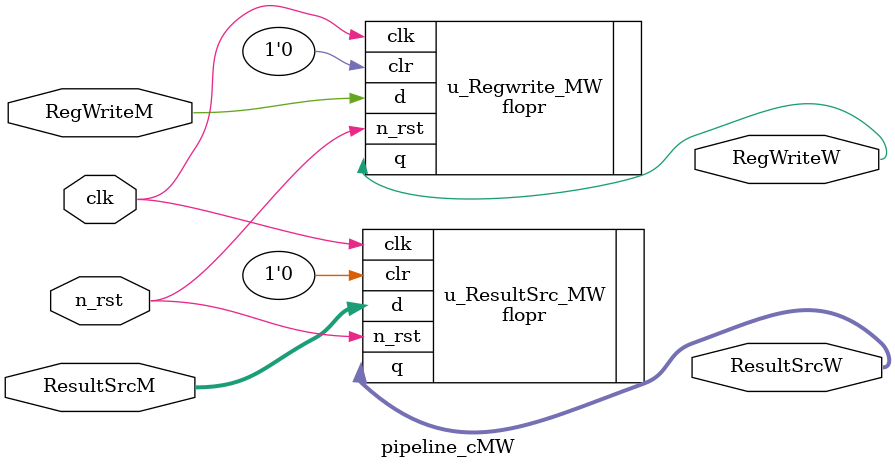
<source format=v>
module pipeline_cMW(
    clk,
    n_rst,
    RegWriteM,
    ResultSrcM,
    // output 
    RegWriteW,
    ResultSrcW
);
parameter   RESET_PC = 32'h1000_0000;

input clk, n_rst;
input RegWriteM;
input [1:0] ResultSrcM;

output RegWriteW;
output [1:0] ResultSrcW;

flopr # (
        .RESET_VALUE (0),
        .WIDTH(1)
) u_Regwrite_MW(
        .clk(clk),
        .n_rst(n_rst),
        .clr(1'b0),
        .d(RegWriteM),
        .q(RegWriteW)
    );

flopr # (
        .RESET_VALUE (0),
        .WIDTH(2)
) u_ResultSrc_MW(
        .clk(clk),
        .n_rst(n_rst),
        .clr(1'b0),
        .d(ResultSrcM),
        .q(ResultSrcW)
    );

endmodule
</source>
